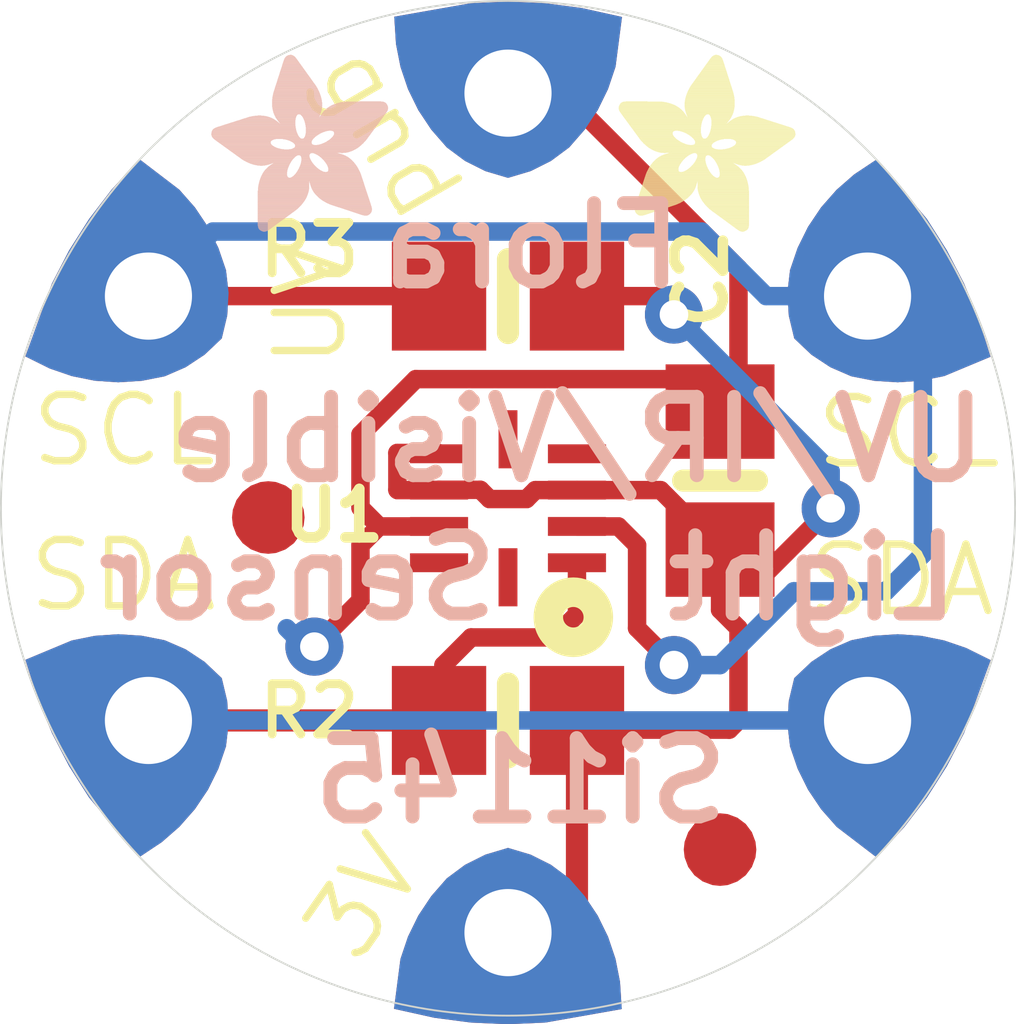
<source format=kicad_pcb>
(kicad_pcb (version 20221018) (generator pcbnew)
  (layers (0 "F.Cu" signal) (31 "B.Cu" signal) (34 "B.Paste" user) (35 "F.Paste" user) (36 "B.SilkS" user "B.Silkscreen") (37 "F.SilkS" user "F.Silkscreen") (38 "B.Mask" user) (39 "F.Mask" user) (44 "Edge.Cuts" user))
  (net 0 "")
  (net 1 "GND")
  (net 2 "3.3V")
  (net 3 "SDA")
  (net 4 "SCL")
  (footprint "working:0805-NO" (layer "F.Cu") (at 148.5011 102.0826)
    (fp_text reference "R3" (at -3.4925 -0.635) (layer "F.SilkS") (effects (font (size 0.692831 0.692831) (thickness 0.119969)) (justify left)))
    (fp_text value "10K")
    (pad "1" smd rect (at -0.95 0) (size 1.3 1.5) (layers "F.Cu" "F.Paste" "F.Mask") (net 4 "SCL"))
    (pad "2" smd rect (at 0.95 0) (size 1.3 1.5) (layers "F.Cu" "F.Paste" "F.Mask") (net 2 "3.3V"))
  )
  (footprint "working:ADAFRUIT_2.5MM" (layer "F.Cu") (at 150.0251 101.1936)
    (fp_text reference "U$4" hide)
    (fp_text value "" hide)
  )
  (footprint "working:0805-NO" (layer "F.Cu") (at 148.5011 107.9246)
    (fp_text reference "R2" (at -3.4925 -0.127) (layer "F.SilkS") (effects (font (size 0.692831 0.692831) (thickness 0.119969)) (justify left)))
    (fp_text value "10K")
    (pad "1" smd rect (at -0.95 0) (size 1.3 1.5) (layers "F.Cu" "F.Paste" "F.Mask") (net 3 "SDA"))
    (pad "2" smd rect (at 0.95 0) (size 1.3 1.5) (layers "F.Cu" "F.Paste" "F.Mask") (net 2 "3.3V"))
  )
  (footprint "working:SEWINGTAP_0.5" (layer "F.Cu") (at 143.5481 102.0826 60)
    (fp_text reference "SCL2" hide)
    (fp_text value "SEWTAP0.5IN" hide)
    (fp_poly (pts (xy 0.510656 -1.238743) (xy 1.017424 -1.172026) (xy 1.570433 -1.049427) (xy 1.481621 -0.363766) (xy 1.377917 -0.056151) (xy 1.23587 0.233416) (xy 1.057243 0.501965) (xy 0.843327 0.746924) (xy 0.591455 0.933744) (xy 0.312122 1.07341) (xy 0 1.16625) (xy -0.312122 1.07341) (xy -0.591455 0.933744) (xy -0.843327 0.746924) (xy -1.057243 0.501967) (xy -1.235871 0.233417) (xy -1.377917 -0.056152) (xy -1.480952 -0.361783) (xy -1.543214 -0.678249) (xy -1.566969 -1.052671) (xy -0.512044 -1.238682) (xy 0 -1.261038)) (fill solid) (layer "F.Cu"))
    (fp_poly (pts (xy 0.510656 -1.238743) (xy 1.017424 -1.172026) (xy 1.570433 -1.049427) (xy 1.481621 -0.363766) (xy 1.377917 -0.056151) (xy 1.23587 0.233416) (xy 1.057243 0.501965) (xy 0.843327 0.746924) (xy 0.591455 0.933744) (xy 0.312122 1.07341) (xy 0 1.16625) (xy -0.312122 1.07341) (xy -0.591455 0.933744) (xy -0.843327 0.746924) (xy -1.057243 0.501967) (xy -1.235871 0.233417) (xy -1.377917 -0.056152) (xy -1.480952 -0.361783) (xy -1.543214 -0.678249) (xy -1.566969 -1.052671) (xy -0.512044 -1.238682) (xy 0 -1.261038)) (fill solid) (layer "B.Cu"))
    (pad "TAP" thru_hole circle (at 0 0 60) (size 2.1844 2.1844) (drill 1.2) (layers "*.Cu" "*.Mask") (net 4 "SCL"))
  )
  (footprint "working:FIDUCIAL_1MM" (layer "F.Cu") (at 151.4221 109.7026)
    (fp_text reference "FID2" hide)
    (fp_text value "FIDUCIAL\"\"" hide)
    (pad "1" smd roundrect (at 0 0) (size 1 1) (layers "F.Cu" "F.Mask") (roundrect_rratio 0.5))
  )
  (footprint "working:FIDUCIAL_1MM" (layer "F.Cu") (at 145.1991 105.1306)
    (fp_text reference "FID1" hide)
    (fp_text value "FIDUCIAL\"\"" hide)
    (pad "1" smd roundrect (at 0 0) (size 1 1) (layers "F.Cu" "F.Mask") (roundrect_rratio 0.5))
  )
  (footprint "working:0805-NO" (layer "F.Cu") (at 151.4221 104.6226 90)
    (fp_text reference "C2" (at 2.032 0.127 90) (layer "F.SilkS") (effects (font (size 0.666496 0.666496) (thickness 0.146304)) (justify left bottom)))
    (fp_text value "10uF")
    (pad "1" smd rect (at -0.95 0 90) (size 1.3 1.5) (layers "F.Cu" "F.Paste" "F.Mask") (net 2 "3.3V"))
    (pad "2" smd rect (at 0.95 0 90) (size 1.3 1.5) (layers "F.Cu" "F.Paste" "F.Mask") (net 1 "GND"))
  )
  (footprint "working:SEWINGTAP_0.5" (layer "F.Cu") (at 148.5011 110.8456 180)
    (fp_text reference "VCC0" hide)
    (fp_text value "SEWTAP0.5IN" hide)
    (fp_poly (pts (xy 0.510656 -1.238743) (xy 1.017424 -1.172026) (xy 1.570433 -1.049427) (xy 1.481621 -0.363766) (xy 1.377917 -0.056151) (xy 1.23587 0.233416) (xy 1.057243 0.501965) (xy 0.843327 0.746924) (xy 0.591455 0.933744) (xy 0.312122 1.07341) (xy 0 1.16625) (xy -0.312122 1.07341) (xy -0.591455 0.933744) (xy -0.843327 0.746924) (xy -1.057243 0.501967) (xy -1.235871 0.233417) (xy -1.377917 -0.056152) (xy -1.480952 -0.361783) (xy -1.543214 -0.678249) (xy -1.566969 -1.052671) (xy -0.512044 -1.238682) (xy 0 -1.261038)) (fill solid) (layer "F.Cu"))
    (fp_poly (pts (xy 0.510656 -1.238743) (xy 1.017424 -1.172026) (xy 1.570433 -1.049427) (xy 1.481621 -0.363766) (xy 1.377917 -0.056151) (xy 1.23587 0.233416) (xy 1.057243 0.501965) (xy 0.843327 0.746924) (xy 0.591455 0.933744) (xy 0.312122 1.07341) (xy 0 1.16625) (xy -0.312122 1.07341) (xy -0.591455 0.933744) (xy -0.843327 0.746924) (xy -1.057243 0.501967) (xy -1.235871 0.233417) (xy -1.377917 -0.056152) (xy -1.480952 -0.361783) (xy -1.543214 -0.678249) (xy -1.566969 -1.052671) (xy -0.512044 -1.238682) (xy 0 -1.261038)) (fill solid) (layer "B.Cu"))
    (pad "TAP" thru_hole circle (at 0 0 180) (size 2.1844 2.1844) (drill 1.2) (layers "*.Cu" "*.Mask") (net 2 "3.3V"))
  )
  (footprint "working:SEWINGTAP_0.5" (layer "F.Cu") (at 153.4541 107.9246 -120)
    (fp_text reference "SDA1" hide)
    (fp_text value "SEWTAP0.5IN" hide)
    (fp_poly (pts (xy 0.510656 -1.238743) (xy 1.017424 -1.172026) (xy 1.570433 -1.049427) (xy 1.481621 -0.363766) (xy 1.377917 -0.056151) (xy 1.23587 0.233416) (xy 1.057243 0.501965) (xy 0.843327 0.746924) (xy 0.591455 0.933744) (xy 0.312122 1.07341) (xy 0 1.16625) (xy -0.312122 1.07341) (xy -0.591455 0.933744) (xy -0.843327 0.746924) (xy -1.057243 0.501967) (xy -1.235871 0.233417) (xy -1.377917 -0.056152) (xy -1.480952 -0.361783) (xy -1.543214 -0.678249) (xy -1.566969 -1.052671) (xy -0.512044 -1.238682) (xy 0 -1.261038)) (fill solid) (layer "F.Cu"))
    (fp_poly (pts (xy 0.510656 -1.238743) (xy 1.017424 -1.172026) (xy 1.570433 -1.049427) (xy 1.481621 -0.363766) (xy 1.377917 -0.056151) (xy 1.23587 0.233416) (xy 1.057243 0.501965) (xy 0.843327 0.746924) (xy 0.591455 0.933744) (xy 0.312122 1.07341) (xy 0 1.16625) (xy -0.312122 1.07341) (xy -0.591455 0.933744) (xy -0.843327 0.746924) (xy -1.057243 0.501967) (xy -1.235871 0.233417) (xy -1.377917 -0.056152) (xy -1.480952 -0.361783) (xy -1.543214 -0.678249) (xy -1.566969 -1.052671) (xy -0.512044 -1.238682) (xy 0 -1.261038)) (fill solid) (layer "B.Cu"))
    (pad "TAP" thru_hole circle (at 0 0 240) (size 2.1844 2.1844) (drill 1.2) (layers "*.Cu" "*.Mask") (net 3 "SDA"))
  )
  (footprint "working:SEWINGTAP_0.5" (layer "F.Cu") (at 153.4541 102.0826 -60)
    (fp_text reference "SCL1" hide)
    (fp_text value "SEWTAP0.5IN" hide)
    (fp_poly (pts (xy 0.510656 -1.238743) (xy 1.017424 -1.172026) (xy 1.570433 -1.049427) (xy 1.481621 -0.363766) (xy 1.377917 -0.056151) (xy 1.23587 0.233416) (xy 1.057243 0.501965) (xy 0.843327 0.746924) (xy 0.591455 0.933744) (xy 0.312122 1.07341) (xy 0 1.16625) (xy -0.312122 1.07341) (xy -0.591455 0.933744) (xy -0.843327 0.746924) (xy -1.057243 0.501967) (xy -1.235871 0.233417) (xy -1.377917 -0.056152) (xy -1.480952 -0.361783) (xy -1.543214 -0.678249) (xy -1.566969 -1.052671) (xy -0.512044 -1.238682) (xy 0 -1.261038)) (fill solid) (layer "F.Cu"))
    (fp_poly (pts (xy 0.510656 -1.238743) (xy 1.017424 -1.172026) (xy 1.570433 -1.049427) (xy 1.481621 -0.363766) (xy 1.377917 -0.056151) (xy 1.23587 0.233416) (xy 1.057243 0.501965) (xy 0.843327 0.746924) (xy 0.591455 0.933744) (xy 0.312122 1.07341) (xy 0 1.16625) (xy -0.312122 1.07341) (xy -0.591455 0.933744) (xy -0.843327 0.746924) (xy -1.057243 0.501967) (xy -1.235871 0.233417) (xy -1.377917 -0.056152) (xy -1.480952 -0.361783) (xy -1.543214 -0.678249) (xy -1.566969 -1.052671) (xy -0.512044 -1.238682) (xy 0 -1.261038)) (fill solid) (layer "B.Cu"))
    (pad "TAP" thru_hole circle (at 0 0 300) (size 2.1844 2.1844) (drill 1.2) (layers "*.Cu" "*.Mask") (net 4 "SCL"))
  )
  (footprint "working:SI114X" (layer "F.Cu") (at 148.5011 105.0036 180)
    (fp_text reference "U1" (at 1.635 0.29 180) (layer "F.SilkS") (effects (font (size 0.666496 0.666496) (thickness 0.146304)) (justify right top)))
    (fp_text value "SI1145")
    (pad "1" smd rect (at -0.95 -0.75 270) (size 0.26 0.8) (layers "F.Cu" "F.Paste") (net 3 "SDA"))
    (pad "2" smd rect (at -0.95 -0.25 270) (size 0.26 0.8) (layers "F.Cu" "F.Paste") (net 4 "SCL"))
    (pad "3" smd rect (at -0.95 0.25 270) (size 0.26 0.8) (layers "F.Cu" "F.Paste") (net 2 "3.3V"))
    (pad "4" smd rect (at -0.95 0.75 270) (size 0.26 0.8) (layers "F.Cu" "F.Paste"))
    (pad "5" smd rect (at 0 0.95) (size 0.26 0.8) (layers "F.Cu" "F.Paste"))
    (pad "6" smd rect (at 0.95 0.75 90) (size 0.26 0.8) (layers "F.Cu" "F.Paste") (net 2 "3.3V"))
    (pad "7" smd rect (at 0.95 0.25 90) (size 0.26 0.8) (layers "F.Cu" "F.Paste") (net 2 "3.3V"))
    (pad "8" smd rect (at 0.95 -0.25 90) (size 0.26 0.8) (layers "F.Cu" "F.Paste") (net 1 "GND"))
    (pad "9" smd rect (at 0.95 -0.75 90) (size 0.26 0.8) (layers "F.Cu" "F.Paste"))
    (pad "10" smd rect (at 0 -0.95) (size 0.26 0.8) (layers "F.Cu" "F.Paste"))
  )
  (footprint "working:SEWINGTAP_0.5" (layer "F.Cu") (at 143.5481 107.9246 120)
    (fp_text reference "SDA2" hide)
    (fp_text value "SEWTAP0.5IN" hide)
    (fp_poly (pts (xy 0.510656 -1.238743) (xy 1.017424 -1.172026) (xy 1.570433 -1.049427) (xy 1.481621 -0.363766) (xy 1.377917 -0.056151) (xy 1.23587 0.233416) (xy 1.057243 0.501965) (xy 0.843327 0.746924) (xy 0.591455 0.933744) (xy 0.312122 1.07341) (xy 0 1.16625) (xy -0.312122 1.07341) (xy -0.591455 0.933744) (xy -0.843327 0.746924) (xy -1.057243 0.501967) (xy -1.235871 0.233417) (xy -1.377917 -0.056152) (xy -1.480952 -0.361783) (xy -1.543214 -0.678249) (xy -1.566969 -1.052671) (xy -0.512044 -1.238682) (xy 0 -1.261038)) (fill solid) (layer "F.Cu"))
    (fp_poly (pts (xy 0.510656 -1.238743) (xy 1.017424 -1.172026) (xy 1.570433 -1.049427) (xy 1.481621 -0.363766) (xy 1.377917 -0.056151) (xy 1.23587 0.233416) (xy 1.057243 0.501965) (xy 0.843327 0.746924) (xy 0.591455 0.933744) (xy 0.312122 1.07341) (xy 0 1.16625) (xy -0.312122 1.07341) (xy -0.591455 0.933744) (xy -0.843327 0.746924) (xy -1.057243 0.501967) (xy -1.235871 0.233417) (xy -1.377917 -0.056152) (xy -1.480952 -0.361783) (xy -1.543214 -0.678249) (xy -1.566969 -1.052671) (xy -0.512044 -1.238682) (xy 0 -1.261038)) (fill solid) (layer "B.Cu"))
    (pad "TAP" thru_hole circle (at 0 0 120) (size 2.1844 2.1844) (drill 1.2) (layers "*.Cu" "*.Mask") (net 3 "SDA"))
  )
  (footprint "working:SEWINGTAP_0.5" (layer "F.Cu") (at 148.5011 99.2886)
    (fp_text reference "GND0" hide)
    (fp_text value "SEWTAP0.5IN" hide)
    (fp_poly (pts (xy 0.510656 -1.238743) (xy 1.017424 -1.172026) (xy 1.570433 -1.049427) (xy 1.481621 -0.363766) (xy 1.377917 -0.056151) (xy 1.23587 0.233416) (xy 1.057243 0.501965) (xy 0.843327 0.746924) (xy 0.591455 0.933744) (xy 0.312122 1.07341) (xy 0 1.16625) (xy -0.312122 1.07341) (xy -0.591455 0.933744) (xy -0.843327 0.746924) (xy -1.057243 0.501967) (xy -1.235871 0.233417) (xy -1.377917 -0.056152) (xy -1.480952 -0.361783) (xy -1.543214 -0.678249) (xy -1.566969 -1.052671) (xy -0.512044 -1.238682) (xy 0 -1.261038)) (fill solid) (layer "F.Cu"))
    (fp_poly (pts (xy 0.510656 -1.238743) (xy 1.017424 -1.172026) (xy 1.570433 -1.049427) (xy 1.481621 -0.363766) (xy 1.377917 -0.056151) (xy 1.23587 0.233416) (xy 1.057243 0.501965) (xy 0.843327 0.746924) (xy 0.591455 0.933744) (xy 0.312122 1.07341) (xy 0 1.16625) (xy -0.312122 1.07341) (xy -0.591455 0.933744) (xy -0.843327 0.746924) (xy -1.057243 0.501967) (xy -1.235871 0.233417) (xy -1.377917 -0.056152) (xy -1.480952 -0.361783) (xy -1.543214 -0.678249) (xy -1.566969 -1.052671) (xy -0.512044 -1.238682) (xy 0 -1.261038)) (fill solid) (layer "B.Cu"))
    (pad "TAP" thru_hole circle (at 0 0) (size 2.1844 2.1844) (drill 1.2) (layers "*.Cu" "*.Mask") (net 1 "GND"))
  )
  (footprint "working:ADAFRUIT_2.5MM" (layer "B.Cu") (at 146.8501 101.1936 180)
    (fp_text reference "U$3" hide)
    (fp_text value "" hide)
  )
  (gr_circle (center 148.5011 105.0036) (end 155.4861 105.0036) (stroke (width 0.0254)) (fill none) (layer "Edge.Cuts"))
  (gr_text "Flora" (at 150.9941 102.0236) (layer "B.SilkS") (effects (font (size 1.0795 1.0795) (thickness 0.1905)) (justify left bottom mirror)))
  (gr_text "Si1145" (at 151.6291 109.3896) (layer "B.SilkS") (effects (font (size 1.0795 1.0795) (thickness 0.1905)) (justify left bottom mirror)))
  (gr_text "UV/IR/Visible" (at 155.1851 104.6906) (layer "B.SilkS") (effects (font (size 1.0795 1.0795) (thickness 0.1905)) (justify left bottom mirror)))
  (gr_text "Light" (at 154.8041 106.5956) (layer "B.SilkS") (effects (font (size 1.0795 1.0795) (thickness 0.1905)) (justify left bottom mirror)))
  (gr_text "Sensor" (at 148.4541 106.5956) (layer "B.SilkS") (effects (font (size 1.0795 1.0795) (thickness 0.1905)) (justify left bottom mirror)))
  (gr_text "UV" (at 146.312632 103.115613 90) (layer "F.SilkS") (effects (font (size 0.9144 0.9144) (thickness 0.1016)) (justify left bottom)))
  (gr_text "3V" (at 146.5961 109.3216 55) (layer "F.SilkS") (effects (font (size 0.9144 0.9144) (thickness 0.1016)) (justify right top)))
  (gr_text "SCL" (at 152.6921 104.4956) (layer "F.SilkS") (effects (font (size 0.9144 0.9144) (thickness 0.1016)) (justify left bottom)))
  (gr_text "gnd" (at 147.9931 100.6856 300) (layer "F.SilkS") (effects (font (size 0.9144 0.9144) (thickness 0.1016)) (justify right top)))
  (gr_text "SDA" (at 152.5651 106.5276) (layer "F.SilkS") (effects (font (size 0.9144 0.9144) (thickness 0.1016)) (justify left bottom)))
  (gr_text "SCL" (at 141.880088 104.466132) (layer "F.SilkS") (effects (font (size 0.9144 0.9144) (thickness 0.1016)) (justify left bottom)))
  (gr_text "SDA" (at 141.846057 106.4641) (layer "F.SilkS") (effects (font (size 0.9144 0.9144) (thickness 0.1016)) (justify left bottom)))
  (segment (start 151.4221 103.6726) (end 150.9751 103.2256) (width 0.254) (layer "F.Cu") (net 1))
  (segment (start 151.6761 103.4186) (end 151.4221 103.6726) (width 0.254) (layer "F.Cu") (net 1))
  (segment (start 146.4691 105.5116) (end 146.4691 106.2736) (width 0.254) (layer "F.Cu") (net 1))
  (segment (start 146.4691 104.9956) (end 146.7271 105.2536) (width 0.254) (layer "F.Cu") (net 1))
  (segment (start 149.2631 99.2886) (end 151.6761 101.7016) (width 0.254) (layer "F.Cu") (net 1))
  (segment (start 147.5511 105.2536) (end 146.7271 105.2536) (width 0.254) (layer "F.Cu") (net 1))
  (segment (start 146.7271 105.2536) (end 146.4691 105.5116) (width 0.254) (layer "F.Cu") (net 1))
  (segment (start 151.6761 101.7016) (end 151.6761 103.4186) (width 0.254) (layer "F.Cu") (net 1))
  (segment (start 147.2311 103.2256) (end 146.4691 103.9876) (width 0.254) (layer "F.Cu") (net 1))
  (segment (start 148.5011 99.2886) (end 149.2631 99.2886) (width 0.254) (layer "F.Cu") (net 1))
  (segment (start 146.4691 103.9876) (end 146.4691 104.9956) (width 0.254) (layer "F.Cu") (net 1))
  (segment (start 150.9751 103.2256) (end 147.2311 103.2256) (width 0.254) (layer "F.Cu") (net 1))
  (segment (start 146.4691 106.2736) (end 145.8341 106.9086) (width 0.254) (layer "F.Cu") (net 1))
  (via (at 145.8341 106.9086) (size 0.8001) (drill 0.3937) (layers "F.Cu" "B.Cu") (net 1))
  (segment (start 145.7071 106.9086) (end 145.4531 106.6546) (width 0.254) (layer "B.Cu") (net 1))
  (segment (start 145.8341 106.9086) (end 145.7071 106.9086) (width 0.254) (layer "B.Cu") (net 1))
  (segment (start 147.5391 104.2416) (end 147.5511 104.2536) (width 0.254) (layer "F.Cu") (net 2))
  (segment (start 149.4511 107.9246) (end 149.4511 110.8456) (width 0.3048) (layer "F.Cu") (net 2))
  (segment (start 149.4511 110.8456) (end 148.5011 110.8456) (width 0.3048) (layer "F.Cu") (net 2))
  (segment (start 146.9771 104.7496) (end 146.9771 104.2416) (width 0.254) (layer "F.Cu") (net 2))
  (segment (start 152.9461 105.0036) (end 151.9961 105.9536) (width 0.254) (layer "F.Cu") (net 2))
  (segment (start 148.1201 104.7496) (end 147.5551 104.7496) (width 0.254) (layer "F.Cu") (net 2))
  (segment (start 147.5551 104.7496) (end 147.5511 104.7536) (width 0.254) (layer "F.Cu") (net 2))
  (segment (start 151.6761 107.9246) (end 151.6761 106.6546) (width 0.254) (layer "F.Cu") (net 2))
  (segment (start 150.6031 104.7536) (end 151.4221 105.5726) (width 0.254) (layer "F.Cu") (net 2))
  (segment (start 149.4511 107.9246) (end 149.4511 107.7976) (width 0.3048) (layer "F.Cu") (net 2))
  (segment (start 149.4511 104.7536) (end 148.8781 104.7536) (width 0.254) (layer "F.Cu") (net 2))
  (segment (start 150.5331 102.0826) (end 150.7871 102.3366) (width 0.254) (layer "F.Cu") (net 2))
  (segment (start 148.2471 104.8766) (end 148.1201 104.7496) (width 0.254) (layer "F.Cu") (net 2))
  (segment (start 149.4511 107.7976) (end 149.7051 108.0516) (width 0.254) (layer "F.Cu") (net 2))
  (segment (start 148.8781 104.7536) (end 148.7551 104.8766) (width 0.254) (layer "F.Cu") (net 2))
  (segment (start 149.4511 104.7536) (end 150.6031 104.7536) (width 0.254) (layer "F.Cu") (net 2))
  (segment (start 151.6761 106.6546) (end 151.4221 106.4006) (width 0.254) (layer "F.Cu") (net 2))
  (segment (start 151.5491 108.0516) (end 151.6761 107.9246) (width 0.254) (layer "F.Cu") (net 2))
  (segment (start 146.9811 104.7536) (end 146.9771 104.7496) (width 0.254) (layer "F.Cu") (net 2))
  (segment (start 151.9961 105.9536) (end 151.4221 105.5726) (width 0.254) (layer "F.Cu") (net 2))
  (segment (start 147.5511 104.7536) (end 146.9811 104.7536) (width 0.254) (layer "F.Cu") (net 2))
  (segment (start 146.9771 104.2416) (end 147.5391 104.2416) (width 0.254) (layer "F.Cu") (net 2))
  (segment (start 151.4221 106.4006) (end 151.4221 105.5726) (width 0.254) (layer "F.Cu") (net 2))
  (segment (start 149.7051 108.0516) (end 151.5491 108.0516) (width 0.254) (layer "F.Cu") (net 2))
  (segment (start 148.7551 104.8766) (end 148.2471 104.8766) (width 0.254) (layer "F.Cu") (net 2))
  (segment (start 149.4511 102.0826) (end 150.5331 102.0826) (width 0.254) (layer "F.Cu") (net 2))
  (via (at 152.9461 105.0036) (size 0.8001) (drill 0.3937) (layers "F.Cu" "B.Cu") (net 2))
  (via (at 150.7871 102.3366) (size 0.8001) (drill 0.3937) (layers "F.Cu" "B.Cu") (net 2))
  (segment (start 150.7871 102.3366) (end 152.9461 104.4956) (width 0.254) (layer "B.Cu") (net 2))
  (segment (start 152.9461 104.4956) (end 152.9461 105.0036) (width 0.254) (layer "B.Cu") (net 2))
  (segment (start 149.4511 106.4666) (end 149.1361 106.7816) (width 0.254) (layer "F.Cu") (net 3))
  (segment (start 149.4511 105.7536) (end 149.4511 106.4666) (width 0.254) (layer "F.Cu") (net 3))
  (segment (start 143.5481 107.9246) (end 147.5511 107.9246) (width 0.3048) (layer "F.Cu") (net 3))
  (segment (start 147.6121 107.1626) (end 147.6121 107.8636) (width 0.254) (layer "F.Cu") (net 3))
  (segment (start 149.1361 106.7816) (end 147.9931 106.7816) (width 0.254) (layer "F.Cu") (net 3))
  (segment (start 147.6121 107.8636) (end 147.5511 107.9246) (width 0.254) (layer "F.Cu") (net 3))
  (segment (start 147.9931 106.7816) (end 147.6121 107.1626) (width 0.254) (layer "F.Cu") (net 3))
  (segment (start 143.5481 107.9246) (end 153.4541 107.9246) (width 0.254) (layer "B.Cu") (net 3))
  (segment (start 143.5481 102.0826) (end 147.5511 102.0826) (width 0.254) (layer "F.Cu") (net 4))
  (segment (start 150.0211 105.2536) (end 150.2791 105.5116) (width 0.254) (layer "F.Cu") (net 4))
  (segment (start 149.4511 105.2536) (end 150.0211 105.2536) (width 0.254) (layer "F.Cu") (net 4))
  (segment (start 150.2791 106.6546) (end 150.7871 107.1626) (width 0.254) (layer "F.Cu") (net 4))
  (segment (start 150.2791 105.5116) (end 150.2791 106.6546) (width 0.254) (layer "F.Cu") (net 4))
  (via (at 150.7871 107.1626) (size 0.8001) (drill 0.3937) (layers "F.Cu" "B.Cu") (net 4))
  (segment (start 151.4221 107.1626) (end 152.4381 106.1466) (width 0.254) (layer "B.Cu") (net 4))
  (segment (start 154.2161 105.6386) (end 154.2161 102.8446) (width 0.254) (layer "B.Cu") (net 4))
  (segment (start 150.7871 107.1626) (end 151.4221 107.1626) (width 0.254) (layer "B.Cu") (net 4))
  (segment (start 152.0571 102.0826) (end 153.4541 102.0826) (width 0.254) (layer "B.Cu") (net 4))
  (segment (start 143.5481 102.0826) (end 144.4371 101.1936) (width 0.254) (layer "B.Cu") (net 4))
  (segment (start 151.1681 101.1936) (end 152.0571 102.0826) (width 0.254) (layer "B.Cu") (net 4))
  (segment (start 154.2161 102.8446) (end 153.4541 102.0826) (width 0.254) (layer "B.Cu") (net 4))
  (segment (start 153.7081 106.1466) (end 154.2161 105.6386) (width 0.254) (layer "B.Cu") (net 4))
  (segment (start 144.4371 101.1936) (end 151.1681 101.1936) (width 0.254) (layer "B.Cu") (net 4))
  (segment (start 152.4381 106.1466) (end 153.7081 106.1466) (width 0.254) (layer "B.Cu") (net 4))
)
</source>
